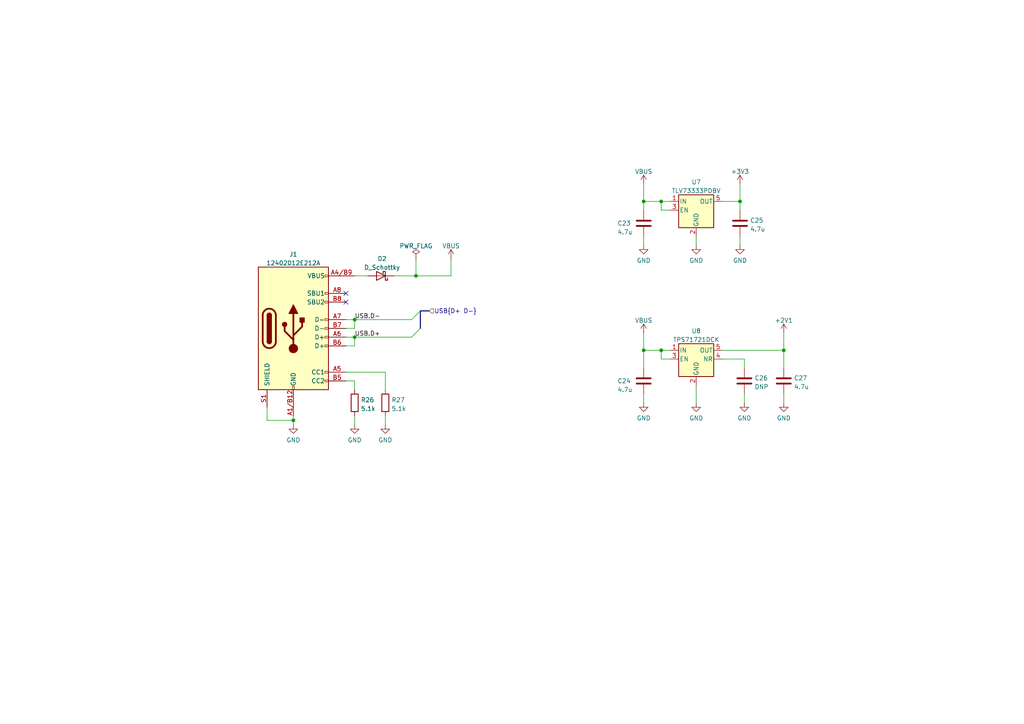
<source format=kicad_sch>
(kicad_sch (version 20231120) (generator "eeschema") (generator_version "8.0")
  (paper "A4")
  (lib_symbols
    (symbol "Device:C" (pin_numbers hide) (pin_names (offset 0.254))
      (property "Reference" "C" (at 0.635 2.54 0))
      (property "Value" "C" (at 0.635 -2.54 0))
      (symbol "C_0_1"
        (polyline (pts (xy -2.032 -0.762) (xy 2.032 -0.762)) (stroke (width 0.508)))
        (polyline (pts (xy -2.032 0.762) (xy 2.032 0.762)) (stroke (width 0.508)))
      )
      (symbol "C_1_1"
        (pin passive line (at 0 3.81 270) (length 2.794) (name "~") (number "1"))
        (pin passive line (at 0 -3.81 90) (length 2.794) (name "~") (number "2"))
      )
    )
    (symbol "Device:D_Schottky" (pin_numbers hide) (pin_names (offset 1.016) hide)
      (property "Reference" "D" (at 0 2.54 0))
      (property "Value" "D_Schottky" (at 0 -2.54 0))
      (symbol "D_Schottky_0_1"
        (polyline (pts (xy 1.27 0) (xy -1.27 0)))
        (polyline (pts (xy 1.27 1.27) (xy 1.27 -1.27) (xy -1.27 0) (xy 1.27 1.27)) (stroke (width 0.254)))
        (polyline (pts (xy -1.905 0.635) (xy -1.905 1.27) (xy -1.27 1.27) (xy -1.27 -1.27) (xy -0.635 -1.27) (xy -0.635 -0.635)) (stroke (width 0.254)))
      )
      (symbol "D_Schottky_1_1"
        (pin passive line (at -3.81 0 0) (length 2.54) (name "K") (number "1"))
        (pin passive line (at 3.81 0 180) (length 2.54) (name "A") (number "2"))
      )
    )
    (symbol "Device:R" (pin_numbers hide) (pin_names (offset 0))
      (property "Reference" "R" (at 2.032 0 90))
      (property "Value" "R" (at 0 0 90))
      (symbol "R_0_1"
        (rectangle (start -1.016 -2.54) (end 1.016 2.54) (stroke (width 0.254)))
      )
      (symbol "R_1_1"
        (pin passive line (at 0 3.81 270) (length 1.27) (name "~") (number "1"))
        (pin passive line (at 0 -3.81 90) (length 1.27) (name "~") (number "2"))
      )
    )
    (symbol "power:+3V3" (power) (pin_numbers hide) (pin_names (offset 0) hide)
      (property "Value" "+3V3" (at 0 3.556 0))
      (symbol "+3V3_0_1"
        (polyline (pts (xy -0.762 1.27) (xy 0 2.54)))
        (polyline (pts (xy 0 0) (xy 0 2.54)))
        (polyline (pts (xy 0 2.54) (xy 0.762 1.27)))
      )
      (symbol "+3V3_1_1"
        (pin power_in line (at 0 0 90) (length 0) (name "~") (number "1"))
      )
    )
    (symbol "power:GND" (power) (pin_numbers hide) (pin_names (offset 0) hide)
      (property "Value" "GND" (at 0 -3.81 0))
      (symbol "GND_0_1"
        (polyline (pts (xy 0 0) (xy 0 -1.27) (xy 1.27 -1.27) (xy 0 -2.54) (xy -1.27 -1.27) (xy 0 -1.27)))
      )
      (symbol "GND_1_1"
        (pin power_in line (at 0 0 270) (length 0) (name "~") (number "1"))
      )
    )
    (symbol "power:PWR_FLAG" (power) (pin_numbers hide) (pin_names (offset 0) hide)
      (property "Value" "PWR_FLAG" (at 0 3.81 0))
      (symbol "PWR_FLAG_0_0"
        (pin power_out line (at 0 0 90) (length 0) (name "~") (number "1"))
      )
      (symbol "PWR_FLAG_0_1"
        (polyline (pts (xy 0 0) (xy 0 1.27) (xy -1.016 1.905) (xy 0 2.54) (xy 1.016 1.905) (xy 0 1.27)))
      )
    )
    (symbol "power:VBUS" (power) (pin_numbers hide) (pin_names (offset 0) hide)
      (property "Value" "VBUS" (at 0 3.556 0))
      (symbol "VBUS_0_1"
        (polyline (pts (xy -0.762 1.27) (xy 0 2.54)))
        (polyline (pts (xy 0 0) (xy 0 2.54)))
        (polyline (pts (xy 0 2.54) (xy 0.762 1.27)))
      )
      (symbol "VBUS_1_1"
        (pin power_in line (at 0 0 90) (length 0) (name "~") (number "1"))
      )
    )
    (symbol "voltix:+2V1" (power) (pin_names (offset 0))
      (property "Value" "+2V1" (at 0 3.556 0))
      (symbol "+2V1_0_1"
        (polyline (pts (xy -0.762 1.27) (xy 0 2.54)))
        (polyline (pts (xy 0 0) (xy 0 2.54)))
        (polyline (pts (xy 0 2.54) (xy 0.762 1.27)))
      )
      (symbol "+2V1_1_1"
        (pin power_in line (at 0 0 90) (length 0) hide (name "+2V1") (number "1"))
      )
    )
    (symbol "voltix:12402012E212A" (pin_names (offset 1.016))
      (property "Reference" "J" (at -10.16 19.05 0))
      (property "Value" "12402012E212A" (at 19.05 19.05 0))
      (symbol "12402012E212A_0_0"
        (rectangle (start -0.254 -17.78) (end 0.254 -16.764))
        (rectangle (start 10.16 -14.986) (end 9.144 -15.494))
        (rectangle (start 10.16 -12.446) (end 9.144 -12.954))
        (rectangle (start 10.16 -4.826) (end 9.144 -5.334))
        (rectangle (start 10.16 -2.286) (end 9.144 -2.794))
        (rectangle (start 10.16 0.254) (end 9.144 -0.254))
        (rectangle (start 10.16 2.794) (end 9.144 2.286))
        (rectangle (start 10.16 7.874) (end 9.144 7.366))
        (rectangle (start 10.16 10.414) (end 9.144 9.906))
        (rectangle (start 10.16 15.494) (end 9.144 14.986))
      )
      (symbol "12402012E212A_0_1"
        (rectangle (start -10.16 17.78) (end 10.16 -17.78) (stroke (width 0.254)) (fill (type background)))
        (arc (start -8.89 -3.81) (mid -6.985 -5.7067) (end -5.08 -3.81) (stroke (width 0.508)))
        (arc (start -7.62 -3.81) (mid -6.985 -4.4423) (end -6.35 -3.81) (stroke (width 0.254)))
        (arc (start -7.62 -3.81) (mid -6.985 -4.4423) (end -6.35 -3.81) (stroke (width 0.254)) (fill (type outline)))
        (rectangle (start -7.62 -3.81) (end -6.35 3.81) (stroke (width 0.254)) (fill (type outline)))
        (arc (start -6.35 3.81) (mid -6.985 4.4423) (end -7.62 3.81) (stroke (width 0.254)))
        (arc (start -6.35 3.81) (mid -6.985 4.4423) (end -7.62 3.81) (stroke (width 0.254)) (fill (type outline)))
        (arc (start -5.08 3.81) (mid -6.985 5.7067) (end -8.89 3.81) (stroke (width 0.508)))
        (circle (center -2.54 1.143) (radius 0.635) (stroke (width 0.254)) (fill (type outline)))
        (circle (center 0 -5.842) (radius 1.27) (fill (type outline)))
        (polyline (pts (xy -8.89 -3.81) (xy -8.89 3.81)) (stroke (width 0.508)))
        (polyline (pts (xy -5.08 3.81) (xy -5.08 -3.81)) (stroke (width 0.508)))
        (polyline (pts (xy 0 -5.842) (xy 0 4.318)) (stroke (width 0.508)))
        (polyline (pts (xy 0 -3.302) (xy -2.54 -0.762) (xy -2.54 0.508)) (stroke (width 0.508)))
        (polyline (pts (xy 0 -2.032) (xy 2.54 0.508) (xy 2.54 1.778)) (stroke (width 0.508)))
        (polyline (pts (xy -1.27 4.318) (xy 0 6.858) (xy 1.27 4.318) (xy -1.27 4.318)) (stroke (width 0.254)) (fill (type outline)))
        (rectangle (start 1.905 1.778) (end 3.175 3.048) (stroke (width 0.254)) (fill (type outline)))
      )
      (symbol "12402012E212A_1_1"
        (pin power_out line (at 0 -25.4 90) (length 7.62) (name "GND") (number "A1/B12"))
        (pin passive line (at 17.78 15.24 180) (length 7.62) (name "VBUS") (number "A4/B9"))
        (pin bidirectional line (at 15.24 -12.7 180) (length 5.08) (name "CC1") (number "A5"))
        (pin bidirectional line (at 15.24 -2.54 180) (length 5.08) (name "D+") (number "A6"))
        (pin bidirectional line (at 15.24 2.54 180) (length 5.08) (name "D-") (number "A7"))
        (pin bidirectional line (at 15.24 10.16 180) (length 5.08) (name "SBU1") (number "A8"))
        (pin power_in line (at 0 -25.4 90) (length 7.62) hide (name "GND") (number "B1/A12"))
        (pin passive line (at 17.78 15.24 180) (length 7.62) hide (name "VBUS") (number "B4/A9"))
        (pin bidirectional line (at 15.24 -15.24 180) (length 5.08) (name "CC2") (number "B5"))
        (pin bidirectional line (at 15.24 -5.08 180) (length 5.08) (name "D+") (number "B6"))
        (pin bidirectional line (at 15.24 0 180) (length 5.08) (name "D-") (number "B7"))
        (pin bidirectional line (at 15.24 7.62 180) (length 5.08) (name "SBU2") (number "B8"))
        (pin passive line (at -7.62 -22.86 90) (length 5.08) (name "SHIELD") (number "S1"))
      )
    )
    (symbol "voltix:TLV73333PDBV" (pin_names (offset 0.254))
      (property "Reference" "U" (at -3.81 5.715 0))
      (property "Value" "TLV73333PDBV" (at 0 5.715 0))
      (symbol "TLV73333PDBV_0_1"
        (rectangle (start -5.08 4.445) (end 5.08 -5.08) (stroke (width 0.254)) (fill (type background)))
      )
      (symbol "TLV73333PDBV_1_1"
        (pin power_in line (at -7.62 2.54 0) (length 2.54) (name "IN") (number "1"))
        (pin power_in line (at 0 -7.62 90) (length 2.54) (name "GND") (number "2"))
        (pin input line (at -7.62 0 0) (length 2.54) (name "EN") (number "3"))
        (pin no_connect line (at 5.08 0 180) (length 2.54) hide (name "NC") (number "4"))
        (pin power_out line (at 7.62 2.54 180) (length 2.54) (name "OUT") (number "5"))
      )
    )
    (symbol "voltix:TPS71721DCK" (pin_names (offset 0.254))
      (property "Reference" "U" (at -3.81 5.715 0))
      (property "Value" "TPS71721DCK" (at 0 5.715 0))
      (symbol "TPS71721DCK_1_1"
        (rectangle (start 5.08 -5.08) (end -5.08 4.445) (stroke (width 0.254)) (fill (type background)))
        (pin power_in line (at -7.62 2.54 0) (length 2.54) (name "IN") (number "1"))
        (pin power_in line (at 0 -7.62 90) (length 2.54) (name "GND") (number "2"))
        (pin input line (at -7.62 0 0) (length 2.54) (name "EN") (number "3"))
        (pin bidirectional line (at 7.62 0 180) (length 2.54) (name "NR") (number "4"))
        (pin power_out line (at 7.62 2.54 180) (length 2.54) (name "OUT") (number "5"))
      )
    )
  )
  (junction (at 191.77 58.42))
  (junction (at 120.65 80.01))
  (junction (at 214.63 58.42))
  (junction (at 186.69 58.42))
  (junction (at 102.87 92.71))
  (junction (at 186.69 101.6))
  (junction (at 102.87 97.79))
  (junction (at 227.33 101.6))
  (junction (at 191.77 101.6))
  (junction (at 85.09 121.92))
  (no_connect (at 100.33 87.63))
  (no_connect (at 100.33 85.09))
  (bus_entry (at 121.92 90.17) (size -2.54 2.54))
  (bus_entry (at 121.92 95.25) (size -2.54 2.54))
  (wire (pts (xy 130.81 80.01) (xy 130.81 74.93)))
  (wire (pts (xy 227.33 101.6) (xy 227.33 106.68)))
  (wire (pts (xy 77.47 121.92) (xy 85.09 121.92)))
  (wire (pts (xy 120.65 80.01) (xy 130.81 80.01)))
  (wire (pts (xy 85.09 121.92) (xy 85.09 123.19)))
  (wire (pts (xy 100.33 95.25) (xy 102.87 95.25)))
  (wire (pts (xy 111.76 107.95) (xy 111.76 113.03)))
  (wire (pts (xy 186.69 58.42) (xy 186.69 60.96)))
  (wire (pts (xy 100.33 100.33) (xy 102.87 100.33)))
  (wire (pts (xy 100.33 92.71) (xy 102.87 92.71)))
  (wire (pts (xy 214.63 58.42) (xy 214.63 60.96)))
  (wire (pts (xy 214.63 68.58) (xy 214.63 71.12)))
  (wire (pts (xy 209.55 58.42) (xy 214.63 58.42)))
  (wire (pts (xy 186.69 58.42) (xy 191.77 58.42)))
  (wire (pts (xy 186.69 68.58) (xy 186.69 71.12)))
  (wire (pts (xy 191.77 104.14) (xy 191.77 101.6)))
  (wire (pts (xy 186.69 101.6) (xy 191.77 101.6)))
  (wire (pts (xy 85.09 120.65) (xy 85.09 121.92)))
  (wire (pts (xy 186.69 53.34) (xy 186.69 58.42)))
  (wire (pts (xy 100.33 107.95) (xy 111.76 107.95)))
  (wire (pts (xy 201.93 68.58) (xy 201.93 71.12)))
  (wire (pts (xy 102.87 92.71) (xy 102.87 95.25)))
  (wire (pts (xy 209.55 104.14) (xy 215.9 104.14)))
  (wire (pts (xy 111.76 120.65) (xy 111.76 123.19)))
  (bus (pts (xy 121.92 90.17) (xy 121.92 95.25)))
  (wire (pts (xy 186.69 101.6) (xy 186.69 106.68)))
  (wire (pts (xy 100.33 97.79) (xy 102.87 97.79)))
  (wire (pts (xy 201.93 111.76) (xy 201.93 116.84)))
  (wire (pts (xy 191.77 104.14) (xy 194.31 104.14)))
  (wire (pts (xy 186.69 114.3) (xy 186.69 116.84)))
  (wire (pts (xy 114.3 80.01) (xy 120.65 80.01)))
  (wire (pts (xy 191.77 60.96) (xy 191.77 58.42)))
  (wire (pts (xy 214.63 53.34) (xy 214.63 58.42)))
  (wire (pts (xy 209.55 101.6) (xy 227.33 101.6)))
  (wire (pts (xy 102.87 97.79) (xy 119.38 97.79)))
  (bus (pts (xy 121.92 90.17) (xy 124.46 90.17)))
  (wire (pts (xy 102.87 97.79) (xy 102.87 100.33)))
  (wire (pts (xy 120.65 74.93) (xy 120.65 80.01)))
  (wire (pts (xy 77.47 118.11) (xy 77.47 121.92)))
  (wire (pts (xy 102.87 120.65) (xy 102.87 123.19)))
  (wire (pts (xy 215.9 114.3) (xy 215.9 116.84)))
  (wire (pts (xy 102.87 80.01) (xy 106.68 80.01)))
  (wire (pts (xy 227.33 114.3) (xy 227.33 116.84)))
  (wire (pts (xy 194.31 60.96) (xy 191.77 60.96)))
  (wire (pts (xy 186.69 96.52) (xy 186.69 101.6)))
  (wire (pts (xy 102.87 110.49) (xy 100.33 110.49)))
  (wire (pts (xy 227.33 96.52) (xy 227.33 101.6)))
  (wire (pts (xy 102.87 92.71) (xy 119.38 92.71)))
  (wire (pts (xy 215.9 104.14) (xy 215.9 106.68)))
  (wire (pts (xy 102.87 113.03) (xy 102.87 110.49)))
  (wire (pts (xy 194.31 58.42) (xy 191.77 58.42)))
  (wire (pts (xy 191.77 101.6) (xy 194.31 101.6)))
  (label "USB.D-" (at 102.87 92.71 0))
  (label "USB.D+" (at 102.87 97.79 0))
  (hierarchical_label "USB{D+ D-}" (shape input) (at 124.46 90.17 0))
  (symbol (lib_id "power:GND") (at 201.93 71.12 0) (unit 1)
    (property "Reference" "#PWR043" (effects (hide yes)))
    (property "Value" "GND" (at 201.93 75.5634 0))
    (property "Description" "Power symbol creates a global label with name \"GND\" , ground" (effects (hide yes)))
  )
  (symbol (lib_id "power:GND") (at 102.87 123.19 0) (unit 1)
    (property "Reference" "#PWR036" (effects (hide yes)))
    (property "Value" "GND" (at 102.87 127.6334 0))
    (property "Description" "Power symbol creates a global label with name \"GND\" , ground" (effects (hide yes)))
  )
  (symbol (lib_id "Device:C") (at 186.69 64.77 0) (unit 1)
    (property "Reference" "C23" (at 179.07 64.7731 0) (effects (justify left)))
    (property "Value" "4.7u" (at 179.07 67.31 0) (effects (justify left)))
    (property "Footprint" "Capacitor_SMD:C_0402_1005Metric" (effects (hide yes)))
    (property "Description" "CAP CER 4.7UF 10V X5R 0402" (effects (hide yes)))
    (property "MPN" "CL05A475MP5NRNC" (effects (hide yes)))
  )
  (symbol (lib_id "power:+3V3") (at 214.63 53.34 0) (unit 1)
    (property "Reference" "#PWR045" (effects (hide yes)))
    (property "Value" "+3V3" (at 214.63 49.7642 0))
    (property "Description" "Power symbol creates a global label with name \"+3V3\"" (effects (hide yes)))
  )
  (symbol (lib_id "power:GND") (at 214.63 71.12 0) (unit 1)
    (property "Reference" "#PWR046" (effects (hide yes)))
    (property "Value" "GND" (at 214.63 75.5634 0))
    (property "Description" "Power symbol creates a global label with name \"GND\" , ground" (effects (hide yes)))
  )
  (symbol (lib_id "power:GND") (at 186.69 116.84 0) (unit 1)
    (property "Reference" "#PWR042" (effects (hide yes)))
    (property "Value" "GND" (at 186.69 121.2834 0))
    (property "Description" "Power symbol creates a global label with name \"GND\" , ground" (effects (hide yes)))
  )
  (symbol (lib_id "voltix:TPS71721DCK") (at 201.93 104.14 0) (unit 1)
    (property "Reference" "U8" (at 201.93 95.9952 0))
    (property "Value" "TPS71721DCK" (at 201.93 98.5321 0))
    (property "Footprint" "voltix:TI_DCK0005A" (effects (hide yes)))
    (property "Datasheet" "https://www.ti.com/lit/ds/symlink/tps717.pdf" (effects (hide yes)))
    (property "Description" "2.1V 150-mA LDO" (effects (hide yes)))
    (property "MPN" "TPS71721DCK" (effects (hide yes)))
  )
  (symbol (lib_id "power:GND") (at 215.9 116.84 0) (unit 1)
    (property "Reference" "#PWR047" (effects (hide yes)))
    (property "Value" "GND" (at 215.9 121.2834 0))
    (property "Description" "Power symbol creates a global label with name \"GND\" , ground" (effects (hide yes)))
  )
  (symbol (lib_id "power:GND") (at 85.09 123.19 0) (unit 1)
    (property "Reference" "#PWR035" (effects (hide yes)))
    (property "Value" "GND" (at 85.09 127.6334 0))
    (property "Description" "Power symbol creates a global label with name \"GND\" , ground" (effects (hide yes)))
  )
  (symbol (lib_id "voltix:TLV73333PDBV") (at 201.93 60.96 0) (unit 1)
    (property "Reference" "U7" (at 201.93 52.8152 0))
    (property "Value" "TLV73333PDBV" (at 201.93 55.3521 0))
    (property "Footprint" "voltix:TI_DBV0005A" (effects (hide yes)))
    (property "Datasheet" "https://www.ti.com/lit/ds/symlink/tlv733p.pdf" (effects (hide yes)))
    (property "Description" "3.3V 300mA LDO" (effects (hide yes)))
    (property "MPN" "TLV73333PDBV" (effects (hide yes)))
  )
  (symbol (lib_id "voltix:12402012E212A") (at 85.09 95.25 0) (unit 1)
    (property "Reference" "J1" (at 85.09 73.7702 0))
    (property "Value" "12402012E212A" (at 85.09 76.3071 0))
    (property "Footprint" "voltix:AMPH_12402012E212A" (effects (hide yes)))
    (property "Datasheet" "https://www.amphenol-cs.com/usb2-0-12402012e212a.html" (effects (hide yes)))
    (property "Description" "CONN RCP USB2.0 TYP C 24P SMD RA" (effects (hide yes)))
    (property "MPN" "12402012E212A" (effects (hide yes)))
  )
  (symbol (lib_id "power:GND") (at 186.69 71.12 0) (unit 1)
    (property "Reference" "#PWR040" (effects (hide yes)))
    (property "Value" "GND" (at 186.69 75.5634 0))
    (property "Description" "Power symbol creates a global label with name \"GND\" , ground" (effects (hide yes)))
  )
  (symbol (lib_id "voltix:+2V1") (at 227.33 96.52 0) (unit 1)
    (property "Reference" "#PWR0105" (effects (hide yes)))
    (property "Value" "+2V1" (at 227.33 92.9442 0))
  )
  (symbol (lib_id "power:PWR_FLAG") (at 120.65 74.93 0) (unit 1)
    (property "Reference" "#FLG04" (effects (hide yes)))
    (property "Value" "PWR_FLAG" (at 120.65 71.3542 0))
    (property "Description" "Special symbol for telling ERC where power comes from" (effects (hide yes)))
  )
  (symbol (lib_id "power:GND") (at 201.93 116.84 0) (unit 1)
    (property "Reference" "#PWR044" (effects (hide yes)))
    (property "Value" "GND" (at 201.93 121.2834 0))
    (property "Description" "Power symbol creates a global label with name \"GND\" , ground" (effects (hide yes)))
  )
  (symbol (lib_id "power:VBUS") (at 186.69 53.34 0) (unit 1)
    (property "Reference" "#PWR039" (effects (hide yes)))
    (property "Value" "VBUS" (at 186.69 49.7642 0))
    (property "Description" "Power symbol creates a global label with name \"VBUS\"" (effects (hide yes)))
  )
  (symbol (lib_id "Device:C") (at 214.63 64.77 0) (unit 1)
    (property "Reference" "C25" (at 217.551 63.9353 0) (effects (justify left)))
    (property "Value" "4.7u" (at 217.551 66.4722 0) (effects (justify left)))
    (property "Footprint" "Capacitor_SMD:C_0402_1005Metric" (effects (hide yes)))
    (property "Description" "CAP CER 4.7UF 10V X5R 0402" (effects (hide yes)))
    (property "MPN" "CL05A475MP5NRNC" (effects (hide yes)))
  )
  (symbol (lib_id "Device:C") (at 186.69 110.49 0) (unit 1)
    (property "Reference" "C24" (at 179.07 110.4931 0) (effects (justify left)))
    (property "Value" "4.7u" (at 179.07 113.03 0) (effects (justify left)))
    (property "Footprint" "Capacitor_SMD:C_0402_1005Metric" (effects (hide yes)))
    (property "Description" "CAP CER 4.7UF 10V X5R 0402" (effects (hide yes)))
    (property "MPN" "CL05A475MP5NRNC" (effects (hide yes)))
  )
  (symbol (lib_id "Device:R") (at 111.76 116.84 0) (unit 1)
    (property "Reference" "R27" (at 113.538 116.0053 0) (effects (justify left)))
    (property "Value" "5.1k" (at 113.538 118.5422 0) (effects (justify left)))
    (property "Footprint" "Resistor_SMD:R_0402_1005Metric" (effects (hide yes)))
    (property "Description" "RES SMD 5.1K OHM 1% 1/16W 0402" (effects (hide yes)))
    (property "MPN" "CR0402-FX-5101GLF" (effects (hide yes)))
  )
  (symbol (lib_id "Device:C") (at 215.9 110.49 0) (unit 1)
    (property "Reference" "C26" (at 218.821 109.6553 0) (effects (justify left)))
    (property "Value" "DNP" (at 218.821 112.1922 0) (effects (justify left)))
    (property "Footprint" "Capacitor_SMD:C_0402_1005Metric" (effects (hide yes)))
    (property "Description" "DO NOT PLACE" (effects (hide yes)))
  )
  (symbol (lib_id "Device:C") (at 227.33 110.49 0) (unit 1)
    (property "Reference" "C27" (at 230.251 109.6553 0) (effects (justify left)))
    (property "Value" "4.7u" (at 230.251 112.1922 0) (effects (justify left)))
    (property "Footprint" "Capacitor_SMD:C_0402_1005Metric" (effects (hide yes)))
    (property "Description" "CAP CER 4.7UF 10V X5R 0402" (effects (hide yes)))
    (property "MPN" "CL05A475MP5NRNC" (effects (hide yes)))
  )
  (symbol (lib_id "Device:R") (at 102.87 116.84 0) (unit 1)
    (property "Reference" "R26" (at 104.648 116.0053 0) (effects (justify left)))
    (property "Value" "5.1k" (at 104.648 118.5422 0) (effects (justify left)))
    (property "Footprint" "Resistor_SMD:R_0402_1005Metric" (effects (hide yes)))
    (property "Description" "RES SMD 5.1K OHM 1% 1/16W 0402" (effects (hide yes)))
    (property "MPN" "CR0402-FX-5101GLF" (effects (hide yes)))
  )
  (symbol (lib_id "power:VBUS") (at 130.81 74.93 0) (unit 1)
    (property "Reference" "#PWR038" (effects (hide yes)))
    (property "Value" "VBUS" (at 130.81 71.3542 0))
    (property "Description" "Power symbol creates a global label with name \"VBUS\"" (effects (hide yes)))
  )
  (symbol (lib_id "Device:D_Schottky") (at 110.49 80.01 180) (unit 1)
    (property "Reference" "D2" (at 110.8075 75.0402 0))
    (property "Value" "D_Schottky" (at 110.8075 77.5771 0))
    (property "Footprint" "Diode_SMD:D_SOD-523" (effects (hide yes)))
    (property "Description" "DIODE SCHOTTKY 30V 200MA SOD523" (effects (hide yes)))
    (property "MPN" "RB521S30T1G" (effects (hide yes)))
  )
  (symbol (lib_id "power:VBUS") (at 186.69 96.52 0) (unit 1)
    (property "Reference" "#PWR041" (effects (hide yes)))
    (property "Value" "VBUS" (at 186.69 92.9442 0))
    (property "Description" "Power symbol creates a global label with name \"VBUS\"" (effects (hide yes)))
  )
  (symbol (lib_id "power:GND") (at 111.76 123.19 0) (unit 1)
    (property "Reference" "#PWR037" (effects (hide yes)))
    (property "Value" "GND" (at 111.76 127.6334 0))
    (property "Description" "Power symbol creates a global label with name \"GND\" , ground" (effects (hide yes)))
  )
  (symbol (lib_id "power:GND") (at 227.33 116.84 0) (unit 1)
    (property "Reference" "#PWR049" (effects (hide yes)))
    (property "Value" "GND" (at 227.33 121.2834 0))
    (property "Description" "Power symbol creates a global label with name \"GND\" , ground" (effects (hide yes)))
  )
)
</source>
